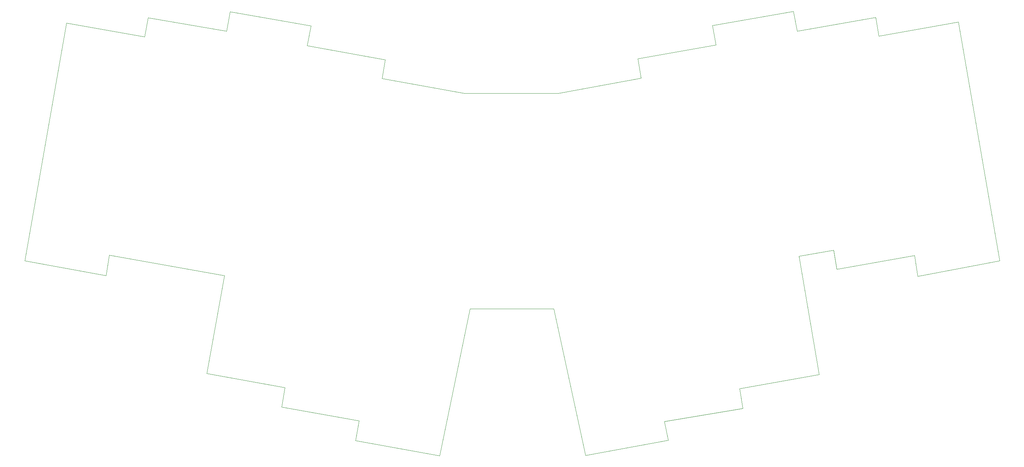
<source format=gbr>
%TF.GenerationSoftware,KiCad,Pcbnew,7.0.2*%
%TF.CreationDate,2023-05-13T02:57:12+09:00*%
%TF.ProjectId,ver1,76657231-2e6b-4696-9361-645f70636258,rev?*%
%TF.SameCoordinates,Original*%
%TF.FileFunction,Profile,NP*%
%FSLAX46Y46*%
G04 Gerber Fmt 4.6, Leading zero omitted, Abs format (unit mm)*
G04 Created by KiCad (PCBNEW 7.0.2) date 2023-05-13 02:57:12*
%MOMM*%
%LPD*%
G01*
G04 APERTURE LIST*
%TA.AperFunction,Profile*%
%ADD10C,0.100000*%
%TD*%
G04 APERTURE END LIST*
D10*
X216600000Y-98000000D02*
X215800000Y-93400000D01*
X148800000Y-107500000D02*
X156400000Y-142600000D01*
X149900000Y-55800000D02*
X169700000Y-52200000D01*
X89700000Y-44400000D02*
X108400000Y-47800000D01*
X193300000Y-126600000D02*
X194100000Y-131400000D01*
X255600000Y-96000000D02*
X236000000Y-99700000D01*
X169700000Y-52200000D02*
X168900000Y-47500000D01*
X148800000Y-107500000D02*
X128700000Y-107500000D01*
X83550000Y-131050000D02*
X84350000Y-126350000D01*
X225900000Y-37600000D02*
X226700000Y-42100000D01*
X176200000Y-139000000D02*
X156400000Y-142600000D01*
X71200000Y-36300000D02*
X70350000Y-40950000D01*
X207500000Y-94900000D02*
X212400000Y-123200000D01*
X168900000Y-47500000D02*
X187600000Y-44200000D01*
X65600000Y-123000000D02*
X69900000Y-99500000D01*
X127400000Y-55800000D02*
X149900000Y-55800000D01*
X50750000Y-42250000D02*
X51600000Y-37700000D01*
X226700000Y-42100000D02*
X245700000Y-38700000D01*
X32000000Y-39000000D02*
X50750000Y-42250000D01*
X215800000Y-93400000D02*
X207500000Y-94900000D01*
X128700000Y-107500000D02*
X121450000Y-142700000D01*
X42250000Y-94600000D02*
X41500000Y-99500000D01*
X121450000Y-142700000D02*
X101300000Y-139100000D01*
X101300000Y-139100000D02*
X102150000Y-134350000D01*
X41500000Y-99500000D02*
X22000000Y-96000000D01*
X235200000Y-94700000D02*
X216600000Y-98000000D01*
X175300000Y-134500000D02*
X176200000Y-139000000D01*
X245700000Y-38700000D02*
X255600000Y-96000000D01*
X207100000Y-40900000D02*
X225900000Y-37600000D01*
X187600000Y-44200000D02*
X186800000Y-39600000D01*
X108400000Y-47800000D02*
X107600000Y-52300000D01*
X84350000Y-126350000D02*
X65600000Y-123000000D01*
X69900000Y-99500000D02*
X42250000Y-94600000D01*
X90600000Y-39650000D02*
X89700000Y-44400000D01*
X236000000Y-99700000D02*
X235200000Y-94700000D01*
X22000000Y-96000000D02*
X32000000Y-39000000D01*
X194100000Y-131400000D02*
X175300000Y-134500000D01*
X212400000Y-123200000D02*
X193300000Y-126600000D01*
X186800000Y-39600000D02*
X206200000Y-36200000D01*
X107600000Y-52300000D02*
X127400000Y-55800000D01*
X102150000Y-134350000D02*
X83550000Y-131050000D01*
X71200000Y-36300000D02*
X90600000Y-39650000D01*
X207100000Y-40900000D02*
X206200000Y-36200000D01*
X51600000Y-37700000D02*
X70350000Y-40950000D01*
M02*

</source>
